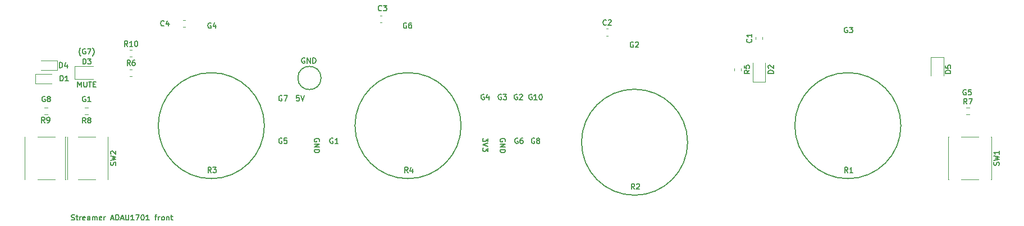
<source format=gbr>
%TF.GenerationSoftware,KiCad,Pcbnew,(5.1.12)-1*%
%TF.CreationDate,2022-02-09T09:57:39+03:00*%
%TF.ProjectId,Streamer_ADAU1701 front,53747265-616d-4657-925f-414441553137,rev?*%
%TF.SameCoordinates,Original*%
%TF.FileFunction,Legend,Top*%
%TF.FilePolarity,Positive*%
%FSLAX46Y46*%
G04 Gerber Fmt 4.6, Leading zero omitted, Abs format (unit mm)*
G04 Created by KiCad (PCBNEW (5.1.12)-1) date 2022-02-09 09:57:39*
%MOMM*%
%LPD*%
G01*
G04 APERTURE LIST*
%ADD10C,0.150000*%
%ADD11C,0.120000*%
G04 APERTURE END LIST*
D10*
X105790476Y-73500000D02*
X105714285Y-73461904D01*
X105600000Y-73461904D01*
X105485714Y-73500000D01*
X105409523Y-73576190D01*
X105371428Y-73652380D01*
X105333333Y-73804761D01*
X105333333Y-73919047D01*
X105371428Y-74071428D01*
X105409523Y-74147619D01*
X105485714Y-74223809D01*
X105600000Y-74261904D01*
X105676190Y-74261904D01*
X105790476Y-74223809D01*
X105828571Y-74185714D01*
X105828571Y-73919047D01*
X105676190Y-73919047D01*
X106171428Y-74261904D02*
X106171428Y-73461904D01*
X106628571Y-74261904D01*
X106628571Y-73461904D01*
X107009523Y-74261904D02*
X107009523Y-73461904D01*
X107200000Y-73461904D01*
X107314285Y-73500000D01*
X107390476Y-73576190D01*
X107428571Y-73652380D01*
X107466666Y-73804761D01*
X107466666Y-73919047D01*
X107428571Y-74071428D01*
X107390476Y-74147619D01*
X107314285Y-74223809D01*
X107200000Y-74261904D01*
X107009523Y-74261904D01*
X133438095Y-85609523D02*
X133438095Y-86104761D01*
X133133333Y-85838095D01*
X133133333Y-85952380D01*
X133095238Y-86028571D01*
X133057142Y-86066666D01*
X132980952Y-86104761D01*
X132790476Y-86104761D01*
X132714285Y-86066666D01*
X132676190Y-86028571D01*
X132638095Y-85952380D01*
X132638095Y-85723809D01*
X132676190Y-85647619D01*
X132714285Y-85609523D01*
X133438095Y-86333333D02*
X132638095Y-86600000D01*
X133438095Y-86866666D01*
X133438095Y-87057142D02*
X133438095Y-87552380D01*
X133133333Y-87285714D01*
X133133333Y-87400000D01*
X133095238Y-87476190D01*
X133057142Y-87514285D01*
X132980952Y-87552380D01*
X132790476Y-87552380D01*
X132714285Y-87514285D01*
X132676190Y-87476190D01*
X132638095Y-87400000D01*
X132638095Y-87171428D01*
X132676190Y-87095238D01*
X132714285Y-87057142D01*
X136000000Y-86090476D02*
X136038095Y-86014285D01*
X136038095Y-85900000D01*
X136000000Y-85785714D01*
X135923809Y-85709523D01*
X135847619Y-85671428D01*
X135695238Y-85633333D01*
X135580952Y-85633333D01*
X135428571Y-85671428D01*
X135352380Y-85709523D01*
X135276190Y-85785714D01*
X135238095Y-85900000D01*
X135238095Y-85976190D01*
X135276190Y-86090476D01*
X135314285Y-86128571D01*
X135580952Y-86128571D01*
X135580952Y-85976190D01*
X135238095Y-86471428D02*
X136038095Y-86471428D01*
X135238095Y-86928571D01*
X136038095Y-86928571D01*
X135238095Y-87309523D02*
X136038095Y-87309523D01*
X136038095Y-87500000D01*
X136000000Y-87614285D01*
X135923809Y-87690476D01*
X135847619Y-87728571D01*
X135695238Y-87766666D01*
X135580952Y-87766666D01*
X135428571Y-87728571D01*
X135352380Y-87690476D01*
X135276190Y-87614285D01*
X135238095Y-87500000D01*
X135238095Y-87309523D01*
X108000000Y-86090476D02*
X108038095Y-86014285D01*
X108038095Y-85900000D01*
X108000000Y-85785714D01*
X107923809Y-85709523D01*
X107847619Y-85671428D01*
X107695238Y-85633333D01*
X107580952Y-85633333D01*
X107428571Y-85671428D01*
X107352380Y-85709523D01*
X107276190Y-85785714D01*
X107238095Y-85900000D01*
X107238095Y-85976190D01*
X107276190Y-86090476D01*
X107314285Y-86128571D01*
X107580952Y-86128571D01*
X107580952Y-85976190D01*
X107238095Y-86471428D02*
X108038095Y-86471428D01*
X107238095Y-86928571D01*
X108038095Y-86928571D01*
X107238095Y-87309523D02*
X108038095Y-87309523D01*
X108038095Y-87500000D01*
X108000000Y-87614285D01*
X107923809Y-87690476D01*
X107847619Y-87728571D01*
X107695238Y-87766666D01*
X107580952Y-87766666D01*
X107428571Y-87728571D01*
X107352380Y-87690476D01*
X107276190Y-87614285D01*
X107238095Y-87500000D01*
X107238095Y-87309523D01*
X102328571Y-79200000D02*
X102252380Y-79161904D01*
X102138095Y-79161904D01*
X102023809Y-79200000D01*
X101947619Y-79276190D01*
X101909523Y-79352380D01*
X101871428Y-79504761D01*
X101871428Y-79619047D01*
X101909523Y-79771428D01*
X101947619Y-79847619D01*
X102023809Y-79923809D01*
X102138095Y-79961904D01*
X102214285Y-79961904D01*
X102328571Y-79923809D01*
X102366666Y-79885714D01*
X102366666Y-79619047D01*
X102214285Y-79619047D01*
X102633333Y-79161904D02*
X103166666Y-79161904D01*
X102823809Y-79961904D01*
X102328571Y-85619453D02*
X102252380Y-85581357D01*
X102138095Y-85581357D01*
X102023809Y-85619453D01*
X101947619Y-85695643D01*
X101909523Y-85771833D01*
X101871428Y-85924214D01*
X101871428Y-86038500D01*
X101909523Y-86190881D01*
X101947619Y-86267072D01*
X102023809Y-86343262D01*
X102138095Y-86381357D01*
X102214285Y-86381357D01*
X102328571Y-86343262D01*
X102366666Y-86305167D01*
X102366666Y-86038500D01*
X102214285Y-86038500D01*
X103090476Y-85581357D02*
X102709523Y-85581357D01*
X102671428Y-85962310D01*
X102709523Y-85924214D01*
X102785714Y-85886119D01*
X102976190Y-85886119D01*
X103052380Y-85924214D01*
X103090476Y-85962310D01*
X103128571Y-86038500D01*
X103128571Y-86228976D01*
X103090476Y-86305167D01*
X103052380Y-86343262D01*
X102976190Y-86381357D01*
X102785714Y-86381357D01*
X102709523Y-86343262D01*
X102671428Y-86305167D01*
X110028571Y-85619453D02*
X109952380Y-85581357D01*
X109838095Y-85581357D01*
X109723809Y-85619453D01*
X109647619Y-85695643D01*
X109609523Y-85771833D01*
X109571428Y-85924214D01*
X109571428Y-86038500D01*
X109609523Y-86190881D01*
X109647619Y-86267072D01*
X109723809Y-86343262D01*
X109838095Y-86381357D01*
X109914285Y-86381357D01*
X110028571Y-86343262D01*
X110066666Y-86305167D01*
X110066666Y-86038500D01*
X109914285Y-86038500D01*
X110828571Y-86381357D02*
X110371428Y-86381357D01*
X110600000Y-86381357D02*
X110600000Y-85581357D01*
X110523809Y-85695643D01*
X110447619Y-85771833D01*
X110371428Y-85809929D01*
X137928571Y-85619453D02*
X137852380Y-85581357D01*
X137738095Y-85581357D01*
X137623809Y-85619453D01*
X137547619Y-85695643D01*
X137509523Y-85771833D01*
X137471428Y-85924214D01*
X137471428Y-86038500D01*
X137509523Y-86190881D01*
X137547619Y-86267072D01*
X137623809Y-86343262D01*
X137738095Y-86381357D01*
X137814285Y-86381357D01*
X137928571Y-86343262D01*
X137966666Y-86305167D01*
X137966666Y-86038500D01*
X137814285Y-86038500D01*
X138652380Y-85581357D02*
X138500000Y-85581357D01*
X138423809Y-85619453D01*
X138385714Y-85657548D01*
X138309523Y-85771833D01*
X138271428Y-85924214D01*
X138271428Y-86228976D01*
X138309523Y-86305167D01*
X138347619Y-86343262D01*
X138423809Y-86381357D01*
X138576190Y-86381357D01*
X138652380Y-86343262D01*
X138690476Y-86305167D01*
X138728571Y-86228976D01*
X138728571Y-86038500D01*
X138690476Y-85962310D01*
X138652380Y-85924214D01*
X138576190Y-85886119D01*
X138423809Y-85886119D01*
X138347619Y-85924214D01*
X138309523Y-85962310D01*
X138271428Y-86038500D01*
X140428571Y-85619453D02*
X140352380Y-85581357D01*
X140238095Y-85581357D01*
X140123809Y-85619453D01*
X140047619Y-85695643D01*
X140009523Y-85771833D01*
X139971428Y-85924214D01*
X139971428Y-86038500D01*
X140009523Y-86190881D01*
X140047619Y-86267072D01*
X140123809Y-86343262D01*
X140238095Y-86381357D01*
X140314285Y-86381357D01*
X140428571Y-86343262D01*
X140466666Y-86305167D01*
X140466666Y-86038500D01*
X140314285Y-86038500D01*
X140923809Y-85924214D02*
X140847619Y-85886119D01*
X140809523Y-85848024D01*
X140771428Y-85771833D01*
X140771428Y-85733738D01*
X140809523Y-85657548D01*
X140847619Y-85619453D01*
X140923809Y-85581357D01*
X141076190Y-85581357D01*
X141152380Y-85619453D01*
X141190476Y-85657548D01*
X141228571Y-85733738D01*
X141228571Y-85771833D01*
X141190476Y-85848024D01*
X141152380Y-85886119D01*
X141076190Y-85924214D01*
X140923809Y-85924214D01*
X140847619Y-85962310D01*
X140809523Y-86000405D01*
X140771428Y-86076595D01*
X140771428Y-86228976D01*
X140809523Y-86305167D01*
X140847619Y-86343262D01*
X140923809Y-86381357D01*
X141076190Y-86381357D01*
X141152380Y-86343262D01*
X141190476Y-86305167D01*
X141228571Y-86228976D01*
X141228571Y-86076595D01*
X141190476Y-86000405D01*
X141152380Y-85962310D01*
X141076190Y-85924214D01*
X140047619Y-79000000D02*
X139971428Y-78961904D01*
X139857142Y-78961904D01*
X139742857Y-79000000D01*
X139666666Y-79076190D01*
X139628571Y-79152380D01*
X139590476Y-79304761D01*
X139590476Y-79419047D01*
X139628571Y-79571428D01*
X139666666Y-79647619D01*
X139742857Y-79723809D01*
X139857142Y-79761904D01*
X139933333Y-79761904D01*
X140047619Y-79723809D01*
X140085714Y-79685714D01*
X140085714Y-79419047D01*
X139933333Y-79419047D01*
X140847619Y-79761904D02*
X140390476Y-79761904D01*
X140619047Y-79761904D02*
X140619047Y-78961904D01*
X140542857Y-79076190D01*
X140466666Y-79152380D01*
X140390476Y-79190476D01*
X141342857Y-78961904D02*
X141419047Y-78961904D01*
X141495238Y-79000000D01*
X141533333Y-79038095D01*
X141571428Y-79114285D01*
X141609523Y-79266666D01*
X141609523Y-79457142D01*
X141571428Y-79609523D01*
X141533333Y-79685714D01*
X141495238Y-79723809D01*
X141419047Y-79761904D01*
X141342857Y-79761904D01*
X141266666Y-79723809D01*
X141228571Y-79685714D01*
X141190476Y-79609523D01*
X141152380Y-79457142D01*
X141152380Y-79266666D01*
X141190476Y-79114285D01*
X141228571Y-79038095D01*
X141266666Y-79000000D01*
X141342857Y-78961904D01*
X137828571Y-79000000D02*
X137752380Y-78961904D01*
X137638095Y-78961904D01*
X137523809Y-79000000D01*
X137447619Y-79076190D01*
X137409523Y-79152380D01*
X137371428Y-79304761D01*
X137371428Y-79419047D01*
X137409523Y-79571428D01*
X137447619Y-79647619D01*
X137523809Y-79723809D01*
X137638095Y-79761904D01*
X137714285Y-79761904D01*
X137828571Y-79723809D01*
X137866666Y-79685714D01*
X137866666Y-79419047D01*
X137714285Y-79419047D01*
X138171428Y-79038095D02*
X138209523Y-79000000D01*
X138285714Y-78961904D01*
X138476190Y-78961904D01*
X138552380Y-79000000D01*
X138590476Y-79038095D01*
X138628571Y-79114285D01*
X138628571Y-79190476D01*
X138590476Y-79304761D01*
X138133333Y-79761904D01*
X138628571Y-79761904D01*
X135428571Y-79000000D02*
X135352380Y-78961904D01*
X135238095Y-78961904D01*
X135123809Y-79000000D01*
X135047619Y-79076190D01*
X135009523Y-79152380D01*
X134971428Y-79304761D01*
X134971428Y-79419047D01*
X135009523Y-79571428D01*
X135047619Y-79647619D01*
X135123809Y-79723809D01*
X135238095Y-79761904D01*
X135314285Y-79761904D01*
X135428571Y-79723809D01*
X135466666Y-79685714D01*
X135466666Y-79419047D01*
X135314285Y-79419047D01*
X135733333Y-78961904D02*
X136228571Y-78961904D01*
X135961904Y-79266666D01*
X136076190Y-79266666D01*
X136152380Y-79304761D01*
X136190476Y-79342857D01*
X136228571Y-79419047D01*
X136228571Y-79609523D01*
X136190476Y-79685714D01*
X136152380Y-79723809D01*
X136076190Y-79761904D01*
X135847619Y-79761904D01*
X135771428Y-79723809D01*
X135733333Y-79685714D01*
X132828571Y-79000000D02*
X132752380Y-78961904D01*
X132638095Y-78961904D01*
X132523809Y-79000000D01*
X132447619Y-79076190D01*
X132409523Y-79152380D01*
X132371428Y-79304761D01*
X132371428Y-79419047D01*
X132409523Y-79571428D01*
X132447619Y-79647619D01*
X132523809Y-79723809D01*
X132638095Y-79761904D01*
X132714285Y-79761904D01*
X132828571Y-79723809D01*
X132866666Y-79685714D01*
X132866666Y-79419047D01*
X132714285Y-79419047D01*
X133552380Y-79228571D02*
X133552380Y-79761904D01*
X133361904Y-78923809D02*
X133171428Y-79495238D01*
X133666666Y-79495238D01*
X70600000Y-97923809D02*
X70714285Y-97961904D01*
X70904761Y-97961904D01*
X70980952Y-97923809D01*
X71019047Y-97885714D01*
X71057142Y-97809523D01*
X71057142Y-97733333D01*
X71019047Y-97657142D01*
X70980952Y-97619047D01*
X70904761Y-97580952D01*
X70752380Y-97542857D01*
X70676190Y-97504761D01*
X70638095Y-97466666D01*
X70600000Y-97390476D01*
X70600000Y-97314285D01*
X70638095Y-97238095D01*
X70676190Y-97200000D01*
X70752380Y-97161904D01*
X70942857Y-97161904D01*
X71057142Y-97200000D01*
X71285714Y-97428571D02*
X71590476Y-97428571D01*
X71400000Y-97161904D02*
X71400000Y-97847619D01*
X71438095Y-97923809D01*
X71514285Y-97961904D01*
X71590476Y-97961904D01*
X71857142Y-97961904D02*
X71857142Y-97428571D01*
X71857142Y-97580952D02*
X71895238Y-97504761D01*
X71933333Y-97466666D01*
X72009523Y-97428571D01*
X72085714Y-97428571D01*
X72657142Y-97923809D02*
X72580952Y-97961904D01*
X72428571Y-97961904D01*
X72352380Y-97923809D01*
X72314285Y-97847619D01*
X72314285Y-97542857D01*
X72352380Y-97466666D01*
X72428571Y-97428571D01*
X72580952Y-97428571D01*
X72657142Y-97466666D01*
X72695238Y-97542857D01*
X72695238Y-97619047D01*
X72314285Y-97695238D01*
X73380952Y-97961904D02*
X73380952Y-97542857D01*
X73342857Y-97466666D01*
X73266666Y-97428571D01*
X73114285Y-97428571D01*
X73038095Y-97466666D01*
X73380952Y-97923809D02*
X73304761Y-97961904D01*
X73114285Y-97961904D01*
X73038095Y-97923809D01*
X73000000Y-97847619D01*
X73000000Y-97771428D01*
X73038095Y-97695238D01*
X73114285Y-97657142D01*
X73304761Y-97657142D01*
X73380952Y-97619047D01*
X73761904Y-97961904D02*
X73761904Y-97428571D01*
X73761904Y-97504761D02*
X73800000Y-97466666D01*
X73876190Y-97428571D01*
X73990476Y-97428571D01*
X74066666Y-97466666D01*
X74104761Y-97542857D01*
X74104761Y-97961904D01*
X74104761Y-97542857D02*
X74142857Y-97466666D01*
X74219047Y-97428571D01*
X74333333Y-97428571D01*
X74409523Y-97466666D01*
X74447619Y-97542857D01*
X74447619Y-97961904D01*
X75133333Y-97923809D02*
X75057142Y-97961904D01*
X74904761Y-97961904D01*
X74828571Y-97923809D01*
X74790476Y-97847619D01*
X74790476Y-97542857D01*
X74828571Y-97466666D01*
X74904761Y-97428571D01*
X75057142Y-97428571D01*
X75133333Y-97466666D01*
X75171428Y-97542857D01*
X75171428Y-97619047D01*
X74790476Y-97695238D01*
X75514285Y-97961904D02*
X75514285Y-97428571D01*
X75514285Y-97580952D02*
X75552380Y-97504761D01*
X75590476Y-97466666D01*
X75666666Y-97428571D01*
X75742857Y-97428571D01*
X76580952Y-97733333D02*
X76961904Y-97733333D01*
X76504761Y-97961904D02*
X76771428Y-97161904D01*
X77038095Y-97961904D01*
X77304761Y-97961904D02*
X77304761Y-97161904D01*
X77495238Y-97161904D01*
X77609523Y-97200000D01*
X77685714Y-97276190D01*
X77723809Y-97352380D01*
X77761904Y-97504761D01*
X77761904Y-97619047D01*
X77723809Y-97771428D01*
X77685714Y-97847619D01*
X77609523Y-97923809D01*
X77495238Y-97961904D01*
X77304761Y-97961904D01*
X78066666Y-97733333D02*
X78447619Y-97733333D01*
X77990476Y-97961904D02*
X78257142Y-97161904D01*
X78523809Y-97961904D01*
X78790476Y-97161904D02*
X78790476Y-97809523D01*
X78828571Y-97885714D01*
X78866666Y-97923809D01*
X78942857Y-97961904D01*
X79095238Y-97961904D01*
X79171428Y-97923809D01*
X79209523Y-97885714D01*
X79247619Y-97809523D01*
X79247619Y-97161904D01*
X80047619Y-97961904D02*
X79590476Y-97961904D01*
X79819047Y-97961904D02*
X79819047Y-97161904D01*
X79742857Y-97276190D01*
X79666666Y-97352380D01*
X79590476Y-97390476D01*
X80314285Y-97161904D02*
X80847619Y-97161904D01*
X80504761Y-97961904D01*
X81304761Y-97161904D02*
X81380952Y-97161904D01*
X81457142Y-97200000D01*
X81495238Y-97238095D01*
X81533333Y-97314285D01*
X81571428Y-97466666D01*
X81571428Y-97657142D01*
X81533333Y-97809523D01*
X81495238Y-97885714D01*
X81457142Y-97923809D01*
X81380952Y-97961904D01*
X81304761Y-97961904D01*
X81228571Y-97923809D01*
X81190476Y-97885714D01*
X81152380Y-97809523D01*
X81114285Y-97657142D01*
X81114285Y-97466666D01*
X81152380Y-97314285D01*
X81190476Y-97238095D01*
X81228571Y-97200000D01*
X81304761Y-97161904D01*
X82333333Y-97961904D02*
X81876190Y-97961904D01*
X82104761Y-97961904D02*
X82104761Y-97161904D01*
X82028571Y-97276190D01*
X81952380Y-97352380D01*
X81876190Y-97390476D01*
X83171428Y-97428571D02*
X83476190Y-97428571D01*
X83285714Y-97961904D02*
X83285714Y-97276190D01*
X83323809Y-97200000D01*
X83400000Y-97161904D01*
X83476190Y-97161904D01*
X83742857Y-97961904D02*
X83742857Y-97428571D01*
X83742857Y-97580952D02*
X83780952Y-97504761D01*
X83819047Y-97466666D01*
X83895238Y-97428571D01*
X83971428Y-97428571D01*
X84352380Y-97961904D02*
X84276190Y-97923809D01*
X84238095Y-97885714D01*
X84200000Y-97809523D01*
X84200000Y-97580952D01*
X84238095Y-97504761D01*
X84276190Y-97466666D01*
X84352380Y-97428571D01*
X84466666Y-97428571D01*
X84542857Y-97466666D01*
X84580952Y-97504761D01*
X84619047Y-97580952D01*
X84619047Y-97809523D01*
X84580952Y-97885714D01*
X84542857Y-97923809D01*
X84466666Y-97961904D01*
X84352380Y-97961904D01*
X84961904Y-97428571D02*
X84961904Y-97961904D01*
X84961904Y-97504761D02*
X85000000Y-97466666D01*
X85076190Y-97428571D01*
X85190476Y-97428571D01*
X85266666Y-97466666D01*
X85304761Y-97542857D01*
X85304761Y-97961904D01*
X85571428Y-97428571D02*
X85876190Y-97428571D01*
X85685714Y-97161904D02*
X85685714Y-97847619D01*
X85723809Y-97923809D01*
X85800000Y-97961904D01*
X85876190Y-97961904D01*
X205528571Y-78300000D02*
X205452380Y-78261904D01*
X205338095Y-78261904D01*
X205223809Y-78300000D01*
X205147619Y-78376190D01*
X205109523Y-78452380D01*
X205071428Y-78604761D01*
X205071428Y-78719047D01*
X205109523Y-78871428D01*
X205147619Y-78947619D01*
X205223809Y-79023809D01*
X205338095Y-79061904D01*
X205414285Y-79061904D01*
X205528571Y-79023809D01*
X205566666Y-78985714D01*
X205566666Y-78719047D01*
X205414285Y-78719047D01*
X206290476Y-78261904D02*
X205909523Y-78261904D01*
X205871428Y-78642857D01*
X205909523Y-78604761D01*
X205985714Y-78566666D01*
X206176190Y-78566666D01*
X206252380Y-78604761D01*
X206290476Y-78642857D01*
X206328571Y-78719047D01*
X206328571Y-78909523D01*
X206290476Y-78985714D01*
X206252380Y-79023809D01*
X206176190Y-79061904D01*
X205985714Y-79061904D01*
X205909523Y-79023809D01*
X205871428Y-78985714D01*
X187628571Y-68900000D02*
X187552380Y-68861904D01*
X187438095Y-68861904D01*
X187323809Y-68900000D01*
X187247619Y-68976190D01*
X187209523Y-69052380D01*
X187171428Y-69204761D01*
X187171428Y-69319047D01*
X187209523Y-69471428D01*
X187247619Y-69547619D01*
X187323809Y-69623809D01*
X187438095Y-69661904D01*
X187514285Y-69661904D01*
X187628571Y-69623809D01*
X187666666Y-69585714D01*
X187666666Y-69319047D01*
X187514285Y-69319047D01*
X187933333Y-68861904D02*
X188428571Y-68861904D01*
X188161904Y-69166666D01*
X188276190Y-69166666D01*
X188352380Y-69204761D01*
X188390476Y-69242857D01*
X188428571Y-69319047D01*
X188428571Y-69509523D01*
X188390476Y-69585714D01*
X188352380Y-69623809D01*
X188276190Y-69661904D01*
X188047619Y-69661904D01*
X187971428Y-69623809D01*
X187933333Y-69585714D01*
X155328571Y-71100000D02*
X155252380Y-71061904D01*
X155138095Y-71061904D01*
X155023809Y-71100000D01*
X154947619Y-71176190D01*
X154909523Y-71252380D01*
X154871428Y-71404761D01*
X154871428Y-71519047D01*
X154909523Y-71671428D01*
X154947619Y-71747619D01*
X155023809Y-71823809D01*
X155138095Y-71861904D01*
X155214285Y-71861904D01*
X155328571Y-71823809D01*
X155366666Y-71785714D01*
X155366666Y-71519047D01*
X155214285Y-71519047D01*
X155671428Y-71138095D02*
X155709523Y-71100000D01*
X155785714Y-71061904D01*
X155976190Y-71061904D01*
X156052380Y-71100000D01*
X156090476Y-71138095D01*
X156128571Y-71214285D01*
X156128571Y-71290476D01*
X156090476Y-71404761D01*
X155633333Y-71861904D01*
X156128571Y-71861904D01*
X121128571Y-68200000D02*
X121052380Y-68161904D01*
X120938095Y-68161904D01*
X120823809Y-68200000D01*
X120747619Y-68276190D01*
X120709523Y-68352380D01*
X120671428Y-68504761D01*
X120671428Y-68619047D01*
X120709523Y-68771428D01*
X120747619Y-68847619D01*
X120823809Y-68923809D01*
X120938095Y-68961904D01*
X121014285Y-68961904D01*
X121128571Y-68923809D01*
X121166666Y-68885714D01*
X121166666Y-68619047D01*
X121014285Y-68619047D01*
X121852380Y-68161904D02*
X121700000Y-68161904D01*
X121623809Y-68200000D01*
X121585714Y-68238095D01*
X121509523Y-68352380D01*
X121471428Y-68504761D01*
X121471428Y-68809523D01*
X121509523Y-68885714D01*
X121547619Y-68923809D01*
X121623809Y-68961904D01*
X121776190Y-68961904D01*
X121852380Y-68923809D01*
X121890476Y-68885714D01*
X121928571Y-68809523D01*
X121928571Y-68619047D01*
X121890476Y-68542857D01*
X121852380Y-68504761D01*
X121776190Y-68466666D01*
X121623809Y-68466666D01*
X121547619Y-68504761D01*
X121509523Y-68542857D01*
X121471428Y-68619047D01*
X91628571Y-68200000D02*
X91552380Y-68161904D01*
X91438095Y-68161904D01*
X91323809Y-68200000D01*
X91247619Y-68276190D01*
X91209523Y-68352380D01*
X91171428Y-68504761D01*
X91171428Y-68619047D01*
X91209523Y-68771428D01*
X91247619Y-68847619D01*
X91323809Y-68923809D01*
X91438095Y-68961904D01*
X91514285Y-68961904D01*
X91628571Y-68923809D01*
X91666666Y-68885714D01*
X91666666Y-68619047D01*
X91514285Y-68619047D01*
X92352380Y-68428571D02*
X92352380Y-68961904D01*
X92161904Y-68123809D02*
X91971428Y-68695238D01*
X92466666Y-68695238D01*
X72004761Y-73166666D02*
X71966666Y-73128571D01*
X71890476Y-73014285D01*
X71852380Y-72938095D01*
X71814285Y-72823809D01*
X71776190Y-72633333D01*
X71776190Y-72480952D01*
X71814285Y-72290476D01*
X71852380Y-72176190D01*
X71890476Y-72100000D01*
X71966666Y-71985714D01*
X72004761Y-71947619D01*
X72728571Y-72100000D02*
X72652380Y-72061904D01*
X72538095Y-72061904D01*
X72423809Y-72100000D01*
X72347619Y-72176190D01*
X72309523Y-72252380D01*
X72271428Y-72404761D01*
X72271428Y-72519047D01*
X72309523Y-72671428D01*
X72347619Y-72747619D01*
X72423809Y-72823809D01*
X72538095Y-72861904D01*
X72614285Y-72861904D01*
X72728571Y-72823809D01*
X72766666Y-72785714D01*
X72766666Y-72519047D01*
X72614285Y-72519047D01*
X73033333Y-72061904D02*
X73566666Y-72061904D01*
X73223809Y-72861904D01*
X73795238Y-73166666D02*
X73833333Y-73128571D01*
X73909523Y-73014285D01*
X73947619Y-72938095D01*
X73985714Y-72823809D01*
X74023809Y-72633333D01*
X74023809Y-72480952D01*
X73985714Y-72290476D01*
X73947619Y-72176190D01*
X73909523Y-72100000D01*
X73833333Y-71985714D01*
X73795238Y-71947619D01*
X66628571Y-79300000D02*
X66552380Y-79261904D01*
X66438095Y-79261904D01*
X66323809Y-79300000D01*
X66247619Y-79376190D01*
X66209523Y-79452380D01*
X66171428Y-79604761D01*
X66171428Y-79719047D01*
X66209523Y-79871428D01*
X66247619Y-79947619D01*
X66323809Y-80023809D01*
X66438095Y-80061904D01*
X66514285Y-80061904D01*
X66628571Y-80023809D01*
X66666666Y-79985714D01*
X66666666Y-79719047D01*
X66514285Y-79719047D01*
X67123809Y-79604761D02*
X67047619Y-79566666D01*
X67009523Y-79528571D01*
X66971428Y-79452380D01*
X66971428Y-79414285D01*
X67009523Y-79338095D01*
X67047619Y-79300000D01*
X67123809Y-79261904D01*
X67276190Y-79261904D01*
X67352380Y-79300000D01*
X67390476Y-79338095D01*
X67428571Y-79414285D01*
X67428571Y-79452380D01*
X67390476Y-79528571D01*
X67352380Y-79566666D01*
X67276190Y-79604761D01*
X67123809Y-79604761D01*
X67047619Y-79642857D01*
X67009523Y-79680952D01*
X66971428Y-79757142D01*
X66971428Y-79909523D01*
X67009523Y-79985714D01*
X67047619Y-80023809D01*
X67123809Y-80061904D01*
X67276190Y-80061904D01*
X67352380Y-80023809D01*
X67390476Y-79985714D01*
X67428571Y-79909523D01*
X67428571Y-79757142D01*
X67390476Y-79680952D01*
X67352380Y-79642857D01*
X67276190Y-79604761D01*
X72728571Y-79300000D02*
X72652380Y-79261904D01*
X72538095Y-79261904D01*
X72423809Y-79300000D01*
X72347619Y-79376190D01*
X72309523Y-79452380D01*
X72271428Y-79604761D01*
X72271428Y-79719047D01*
X72309523Y-79871428D01*
X72347619Y-79947619D01*
X72423809Y-80023809D01*
X72538095Y-80061904D01*
X72614285Y-80061904D01*
X72728571Y-80023809D01*
X72766666Y-79985714D01*
X72766666Y-79719047D01*
X72614285Y-79719047D01*
X73528571Y-80061904D02*
X73071428Y-80061904D01*
X73300000Y-80061904D02*
X73300000Y-79261904D01*
X73223809Y-79376190D01*
X73147619Y-79452380D01*
X73071428Y-79490476D01*
X104947619Y-79161904D02*
X104566666Y-79161904D01*
X104528571Y-79542857D01*
X104566666Y-79504761D01*
X104642857Y-79466666D01*
X104833333Y-79466666D01*
X104909523Y-79504761D01*
X104947619Y-79542857D01*
X104985714Y-79619047D01*
X104985714Y-79809523D01*
X104947619Y-79885714D01*
X104909523Y-79923809D01*
X104833333Y-79961904D01*
X104642857Y-79961904D01*
X104566666Y-79923809D01*
X104528571Y-79885714D01*
X105214285Y-79161904D02*
X105480952Y-79961904D01*
X105747619Y-79161904D01*
X71547619Y-77861904D02*
X71547619Y-77061904D01*
X71814285Y-77633333D01*
X72080952Y-77061904D01*
X72080952Y-77861904D01*
X72461904Y-77061904D02*
X72461904Y-77709523D01*
X72500000Y-77785714D01*
X72538095Y-77823809D01*
X72614285Y-77861904D01*
X72766666Y-77861904D01*
X72842857Y-77823809D01*
X72880952Y-77785714D01*
X72919047Y-77709523D01*
X72919047Y-77061904D01*
X73185714Y-77061904D02*
X73642857Y-77061904D01*
X73414285Y-77861904D02*
X73414285Y-77061904D01*
X73909523Y-77442857D02*
X74176190Y-77442857D01*
X74290476Y-77861904D02*
X73909523Y-77861904D01*
X73909523Y-77061904D01*
X74290476Y-77061904D01*
D11*
%TO.C,D1*%
X65162500Y-77335000D02*
X67622500Y-77335000D01*
X65162500Y-75865000D02*
X65162500Y-77335000D01*
X67622500Y-75865000D02*
X65162500Y-75865000D01*
%TO.C,D4*%
X68482500Y-73865000D02*
X66022500Y-73865000D01*
X68482500Y-75335000D02*
X68482500Y-73865000D01*
X66022500Y-75335000D02*
X68482500Y-75335000D01*
%TO.C,D2*%
X173340000Y-74200000D02*
X173340000Y-77060000D01*
X173340000Y-77060000D02*
X175260000Y-77060000D01*
X175260000Y-77060000D02*
X175260000Y-74200000D01*
D10*
%TO.C,REF\u002A\u002A*%
X108250000Y-76500000D02*
G75*
G03*
X108250000Y-76500000I-1750000J0D01*
G01*
D11*
%TO.C,C4*%
X87453733Y-67790000D02*
X87746267Y-67790000D01*
X87453733Y-68810000D02*
X87746267Y-68810000D01*
%TO.C,C1*%
X174810000Y-70646267D02*
X174810000Y-70353733D01*
X173790000Y-70646267D02*
X173790000Y-70353733D01*
%TO.C,C2*%
X151253733Y-69090000D02*
X151546267Y-69090000D01*
X151253733Y-70110000D02*
X151546267Y-70110000D01*
%TO.C,C3*%
X117153733Y-68110000D02*
X117446267Y-68110000D01*
X117153733Y-67090000D02*
X117446267Y-67090000D01*
%TO.C,R7*%
X205545276Y-80977500D02*
X206054724Y-80977500D01*
X205545276Y-82022500D02*
X206054724Y-82022500D01*
%TO.C,R8*%
X73154724Y-80977500D02*
X72645276Y-80977500D01*
X73154724Y-82022500D02*
X72645276Y-82022500D01*
%TO.C,R9*%
X66545276Y-80977500D02*
X67054724Y-80977500D01*
X66545276Y-82022500D02*
X67054724Y-82022500D01*
%TO.C,D3*%
X71062500Y-76660000D02*
X73922500Y-76660000D01*
X71062500Y-74740000D02*
X71062500Y-76660000D01*
X73922500Y-74740000D02*
X71062500Y-74740000D01*
%TO.C,R5*%
X171610000Y-75051233D02*
X171610000Y-75393767D01*
X170590000Y-75051233D02*
X170590000Y-75393767D01*
%TO.C,R6*%
X79428733Y-76210000D02*
X79771267Y-76210000D01*
X79428733Y-75190000D02*
X79771267Y-75190000D01*
D10*
%TO.C,R1*%
X195700000Y-83700000D02*
G75*
G03*
X195700000Y-83700000I-8000000J0D01*
G01*
%TO.C,R2*%
X163533332Y-86200000D02*
G75*
G03*
X163533332Y-86200000I-8000000J0D01*
G01*
%TO.C,R3*%
X99700000Y-83700000D02*
G75*
G03*
X99700000Y-83700000I-8000000J0D01*
G01*
%TO.C,R4*%
X129366666Y-83700000D02*
G75*
G03*
X129366666Y-83700000I-8000000J0D01*
G01*
D11*
%TO.C,R10*%
X79428733Y-72290000D02*
X79771267Y-72290000D01*
X79428733Y-73310000D02*
X79771267Y-73310000D01*
%TO.C,SW1*%
X209330000Y-91830000D02*
X209300000Y-91830000D01*
X202870000Y-91830000D02*
X202900000Y-91830000D01*
X202870000Y-85370000D02*
X202900000Y-85370000D01*
X209300000Y-85370000D02*
X209330000Y-85370000D01*
X207400000Y-91830000D02*
X204800000Y-91830000D01*
X209330000Y-85370000D02*
X209330000Y-91830000D01*
X207400000Y-85370000D02*
X204800000Y-85370000D01*
X202870000Y-85370000D02*
X202870000Y-91830000D01*
%TO.C,SW2*%
X69670000Y-85370000D02*
X69670000Y-91830000D01*
X74200000Y-85370000D02*
X71600000Y-85370000D01*
X76130000Y-85370000D02*
X76130000Y-91830000D01*
X74200000Y-91830000D02*
X71600000Y-91830000D01*
X76100000Y-85370000D02*
X76130000Y-85370000D01*
X69670000Y-85370000D02*
X69700000Y-85370000D01*
X69670000Y-91830000D02*
X69700000Y-91830000D01*
X76130000Y-91830000D02*
X76100000Y-91830000D01*
%TO.C,SW3*%
X63570000Y-85370000D02*
X63600000Y-85370000D01*
X70030000Y-85370000D02*
X70000000Y-85370000D01*
X70030000Y-91830000D02*
X70000000Y-91830000D01*
X63600000Y-91830000D02*
X63570000Y-91830000D01*
X65500000Y-85370000D02*
X68100000Y-85370000D01*
X63570000Y-91830000D02*
X63570000Y-85370000D01*
X65500000Y-91830000D02*
X68100000Y-91830000D01*
X70030000Y-91830000D02*
X70030000Y-85370000D01*
%TO.C,D5*%
X202160000Y-76200000D02*
X202160000Y-73340000D01*
X202160000Y-73340000D02*
X200240000Y-73340000D01*
X200240000Y-73340000D02*
X200240000Y-76200000D01*
%TO.C,D1*%
D10*
X68932023Y-76961904D02*
X68932023Y-76161904D01*
X69122500Y-76161904D01*
X69236785Y-76200000D01*
X69312976Y-76276190D01*
X69351071Y-76352380D01*
X69389166Y-76504761D01*
X69389166Y-76619047D01*
X69351071Y-76771428D01*
X69312976Y-76847619D01*
X69236785Y-76923809D01*
X69122500Y-76961904D01*
X68932023Y-76961904D01*
X70151071Y-76961904D02*
X69693928Y-76961904D01*
X69922500Y-76961904D02*
X69922500Y-76161904D01*
X69846309Y-76276190D01*
X69770119Y-76352380D01*
X69693928Y-76390476D01*
%TO.C,D4*%
X68809523Y-74961904D02*
X68809523Y-74161904D01*
X69000000Y-74161904D01*
X69114285Y-74200000D01*
X69190476Y-74276190D01*
X69228571Y-74352380D01*
X69266666Y-74504761D01*
X69266666Y-74619047D01*
X69228571Y-74771428D01*
X69190476Y-74847619D01*
X69114285Y-74923809D01*
X69000000Y-74961904D01*
X68809523Y-74961904D01*
X69952380Y-74428571D02*
X69952380Y-74961904D01*
X69761904Y-74123809D02*
X69571428Y-74695238D01*
X70066666Y-74695238D01*
%TO.C,D2*%
X176461904Y-75790476D02*
X175661904Y-75790476D01*
X175661904Y-75600000D01*
X175700000Y-75485714D01*
X175776190Y-75409523D01*
X175852380Y-75371428D01*
X176004761Y-75333333D01*
X176119047Y-75333333D01*
X176271428Y-75371428D01*
X176347619Y-75409523D01*
X176423809Y-75485714D01*
X176461904Y-75600000D01*
X176461904Y-75790476D01*
X175738095Y-75028571D02*
X175700000Y-74990476D01*
X175661904Y-74914285D01*
X175661904Y-74723809D01*
X175700000Y-74647619D01*
X175738095Y-74609523D01*
X175814285Y-74571428D01*
X175890476Y-74571428D01*
X176004761Y-74609523D01*
X176461904Y-75066666D01*
X176461904Y-74571428D01*
%TO.C,C4*%
X84566666Y-68585714D02*
X84528571Y-68623809D01*
X84414285Y-68661904D01*
X84338095Y-68661904D01*
X84223809Y-68623809D01*
X84147619Y-68547619D01*
X84109523Y-68471428D01*
X84071428Y-68319047D01*
X84071428Y-68204761D01*
X84109523Y-68052380D01*
X84147619Y-67976190D01*
X84223809Y-67900000D01*
X84338095Y-67861904D01*
X84414285Y-67861904D01*
X84528571Y-67900000D01*
X84566666Y-67938095D01*
X85252380Y-68128571D02*
X85252380Y-68661904D01*
X85061904Y-67823809D02*
X84871428Y-68395238D01*
X85366666Y-68395238D01*
%TO.C,C1*%
X173155714Y-70633333D02*
X173193809Y-70671428D01*
X173231904Y-70785714D01*
X173231904Y-70861904D01*
X173193809Y-70976190D01*
X173117619Y-71052380D01*
X173041428Y-71090476D01*
X172889047Y-71128571D01*
X172774761Y-71128571D01*
X172622380Y-71090476D01*
X172546190Y-71052380D01*
X172470000Y-70976190D01*
X172431904Y-70861904D01*
X172431904Y-70785714D01*
X172470000Y-70671428D01*
X172508095Y-70633333D01*
X173231904Y-69871428D02*
X173231904Y-70328571D01*
X173231904Y-70100000D02*
X172431904Y-70100000D01*
X172546190Y-70176190D01*
X172622380Y-70252380D01*
X172660476Y-70328571D01*
%TO.C,C2*%
X151266666Y-68455714D02*
X151228571Y-68493809D01*
X151114285Y-68531904D01*
X151038095Y-68531904D01*
X150923809Y-68493809D01*
X150847619Y-68417619D01*
X150809523Y-68341428D01*
X150771428Y-68189047D01*
X150771428Y-68074761D01*
X150809523Y-67922380D01*
X150847619Y-67846190D01*
X150923809Y-67770000D01*
X151038095Y-67731904D01*
X151114285Y-67731904D01*
X151228571Y-67770000D01*
X151266666Y-67808095D01*
X151571428Y-67808095D02*
X151609523Y-67770000D01*
X151685714Y-67731904D01*
X151876190Y-67731904D01*
X151952380Y-67770000D01*
X151990476Y-67808095D01*
X152028571Y-67884285D01*
X152028571Y-67960476D01*
X151990476Y-68074761D01*
X151533333Y-68531904D01*
X152028571Y-68531904D01*
%TO.C,C3*%
X117366666Y-66285714D02*
X117328571Y-66323809D01*
X117214285Y-66361904D01*
X117138095Y-66361904D01*
X117023809Y-66323809D01*
X116947619Y-66247619D01*
X116909523Y-66171428D01*
X116871428Y-66019047D01*
X116871428Y-65904761D01*
X116909523Y-65752380D01*
X116947619Y-65676190D01*
X117023809Y-65600000D01*
X117138095Y-65561904D01*
X117214285Y-65561904D01*
X117328571Y-65600000D01*
X117366666Y-65638095D01*
X117633333Y-65561904D02*
X118128571Y-65561904D01*
X117861904Y-65866666D01*
X117976190Y-65866666D01*
X118052380Y-65904761D01*
X118090476Y-65942857D01*
X118128571Y-66019047D01*
X118128571Y-66209523D01*
X118090476Y-66285714D01*
X118052380Y-66323809D01*
X117976190Y-66361904D01*
X117747619Y-66361904D01*
X117671428Y-66323809D01*
X117633333Y-66285714D01*
%TO.C,R7*%
X205666666Y-80431904D02*
X205400000Y-80050952D01*
X205209523Y-80431904D02*
X205209523Y-79631904D01*
X205514285Y-79631904D01*
X205590476Y-79670000D01*
X205628571Y-79708095D01*
X205666666Y-79784285D01*
X205666666Y-79898571D01*
X205628571Y-79974761D01*
X205590476Y-80012857D01*
X205514285Y-80050952D01*
X205209523Y-80050952D01*
X205933333Y-79631904D02*
X206466666Y-79631904D01*
X206123809Y-80431904D01*
%TO.C,R8*%
X72766666Y-83291904D02*
X72500000Y-82910952D01*
X72309523Y-83291904D02*
X72309523Y-82491904D01*
X72614285Y-82491904D01*
X72690476Y-82530000D01*
X72728571Y-82568095D01*
X72766666Y-82644285D01*
X72766666Y-82758571D01*
X72728571Y-82834761D01*
X72690476Y-82872857D01*
X72614285Y-82910952D01*
X72309523Y-82910952D01*
X73223809Y-82834761D02*
X73147619Y-82796666D01*
X73109523Y-82758571D01*
X73071428Y-82682380D01*
X73071428Y-82644285D01*
X73109523Y-82568095D01*
X73147619Y-82530000D01*
X73223809Y-82491904D01*
X73376190Y-82491904D01*
X73452380Y-82530000D01*
X73490476Y-82568095D01*
X73528571Y-82644285D01*
X73528571Y-82682380D01*
X73490476Y-82758571D01*
X73452380Y-82796666D01*
X73376190Y-82834761D01*
X73223809Y-82834761D01*
X73147619Y-82872857D01*
X73109523Y-82910952D01*
X73071428Y-82987142D01*
X73071428Y-83139523D01*
X73109523Y-83215714D01*
X73147619Y-83253809D01*
X73223809Y-83291904D01*
X73376190Y-83291904D01*
X73452380Y-83253809D01*
X73490476Y-83215714D01*
X73528571Y-83139523D01*
X73528571Y-82987142D01*
X73490476Y-82910952D01*
X73452380Y-82872857D01*
X73376190Y-82834761D01*
%TO.C,R9*%
X66566666Y-83261904D02*
X66300000Y-82880952D01*
X66109523Y-83261904D02*
X66109523Y-82461904D01*
X66414285Y-82461904D01*
X66490476Y-82500000D01*
X66528571Y-82538095D01*
X66566666Y-82614285D01*
X66566666Y-82728571D01*
X66528571Y-82804761D01*
X66490476Y-82842857D01*
X66414285Y-82880952D01*
X66109523Y-82880952D01*
X66947619Y-83261904D02*
X67100000Y-83261904D01*
X67176190Y-83223809D01*
X67214285Y-83185714D01*
X67290476Y-83071428D01*
X67328571Y-82919047D01*
X67328571Y-82614285D01*
X67290476Y-82538095D01*
X67252380Y-82500000D01*
X67176190Y-82461904D01*
X67023809Y-82461904D01*
X66947619Y-82500000D01*
X66909523Y-82538095D01*
X66871428Y-82614285D01*
X66871428Y-82804761D01*
X66909523Y-82880952D01*
X66947619Y-82919047D01*
X67023809Y-82957142D01*
X67176190Y-82957142D01*
X67252380Y-82919047D01*
X67290476Y-82880952D01*
X67328571Y-82804761D01*
%TO.C,D3*%
X72332023Y-74411904D02*
X72332023Y-73611904D01*
X72522500Y-73611904D01*
X72636785Y-73650000D01*
X72712976Y-73726190D01*
X72751071Y-73802380D01*
X72789166Y-73954761D01*
X72789166Y-74069047D01*
X72751071Y-74221428D01*
X72712976Y-74297619D01*
X72636785Y-74373809D01*
X72522500Y-74411904D01*
X72332023Y-74411904D01*
X73055833Y-73611904D02*
X73551071Y-73611904D01*
X73284404Y-73916666D01*
X73398690Y-73916666D01*
X73474880Y-73954761D01*
X73512976Y-73992857D01*
X73551071Y-74069047D01*
X73551071Y-74259523D01*
X73512976Y-74335714D01*
X73474880Y-74373809D01*
X73398690Y-74411904D01*
X73170119Y-74411904D01*
X73093928Y-74373809D01*
X73055833Y-74335714D01*
%TO.C,R5*%
X172891904Y-75355833D02*
X172510952Y-75622500D01*
X172891904Y-75812976D02*
X172091904Y-75812976D01*
X172091904Y-75508214D01*
X172130000Y-75432023D01*
X172168095Y-75393928D01*
X172244285Y-75355833D01*
X172358571Y-75355833D01*
X172434761Y-75393928D01*
X172472857Y-75432023D01*
X172510952Y-75508214D01*
X172510952Y-75812976D01*
X172091904Y-74632023D02*
X172091904Y-75012976D01*
X172472857Y-75051071D01*
X172434761Y-75012976D01*
X172396666Y-74936785D01*
X172396666Y-74746309D01*
X172434761Y-74670119D01*
X172472857Y-74632023D01*
X172549047Y-74593928D01*
X172739523Y-74593928D01*
X172815714Y-74632023D01*
X172853809Y-74670119D01*
X172891904Y-74746309D01*
X172891904Y-74936785D01*
X172853809Y-75012976D01*
X172815714Y-75051071D01*
%TO.C,R6*%
X79466666Y-74631904D02*
X79200000Y-74250952D01*
X79009523Y-74631904D02*
X79009523Y-73831904D01*
X79314285Y-73831904D01*
X79390476Y-73870000D01*
X79428571Y-73908095D01*
X79466666Y-73984285D01*
X79466666Y-74098571D01*
X79428571Y-74174761D01*
X79390476Y-74212857D01*
X79314285Y-74250952D01*
X79009523Y-74250952D01*
X80152380Y-73831904D02*
X80000000Y-73831904D01*
X79923809Y-73870000D01*
X79885714Y-73908095D01*
X79809523Y-74022380D01*
X79771428Y-74174761D01*
X79771428Y-74479523D01*
X79809523Y-74555714D01*
X79847619Y-74593809D01*
X79923809Y-74631904D01*
X80076190Y-74631904D01*
X80152380Y-74593809D01*
X80190476Y-74555714D01*
X80228571Y-74479523D01*
X80228571Y-74289047D01*
X80190476Y-74212857D01*
X80152380Y-74174761D01*
X80076190Y-74136666D01*
X79923809Y-74136666D01*
X79847619Y-74174761D01*
X79809523Y-74212857D01*
X79771428Y-74289047D01*
%TO.C,R1*%
X187687666Y-90785904D02*
X187421000Y-90404952D01*
X187230523Y-90785904D02*
X187230523Y-89985904D01*
X187535285Y-89985904D01*
X187611476Y-90024000D01*
X187649571Y-90062095D01*
X187687666Y-90138285D01*
X187687666Y-90252571D01*
X187649571Y-90328761D01*
X187611476Y-90366857D01*
X187535285Y-90404952D01*
X187230523Y-90404952D01*
X188449571Y-90785904D02*
X187992428Y-90785904D01*
X188221000Y-90785904D02*
X188221000Y-89985904D01*
X188144809Y-90100190D01*
X188068619Y-90176380D01*
X187992428Y-90214476D01*
%TO.C,R2*%
X155520998Y-93285904D02*
X155254332Y-92904952D01*
X155063855Y-93285904D02*
X155063855Y-92485904D01*
X155368617Y-92485904D01*
X155444808Y-92524000D01*
X155482903Y-92562095D01*
X155520998Y-92638285D01*
X155520998Y-92752571D01*
X155482903Y-92828761D01*
X155444808Y-92866857D01*
X155368617Y-92904952D01*
X155063855Y-92904952D01*
X155825760Y-92562095D02*
X155863855Y-92524000D01*
X155940046Y-92485904D01*
X156130522Y-92485904D01*
X156206712Y-92524000D01*
X156244808Y-92562095D01*
X156282903Y-92638285D01*
X156282903Y-92714476D01*
X156244808Y-92828761D01*
X155787665Y-93285904D01*
X156282903Y-93285904D01*
%TO.C,R3*%
X91687666Y-90785904D02*
X91421000Y-90404952D01*
X91230523Y-90785904D02*
X91230523Y-89985904D01*
X91535285Y-89985904D01*
X91611476Y-90024000D01*
X91649571Y-90062095D01*
X91687666Y-90138285D01*
X91687666Y-90252571D01*
X91649571Y-90328761D01*
X91611476Y-90366857D01*
X91535285Y-90404952D01*
X91230523Y-90404952D01*
X91954333Y-89985904D02*
X92449571Y-89985904D01*
X92182904Y-90290666D01*
X92297190Y-90290666D01*
X92373380Y-90328761D01*
X92411476Y-90366857D01*
X92449571Y-90443047D01*
X92449571Y-90633523D01*
X92411476Y-90709714D01*
X92373380Y-90747809D01*
X92297190Y-90785904D01*
X92068619Y-90785904D01*
X91992428Y-90747809D01*
X91954333Y-90709714D01*
%TO.C,R4*%
X121354332Y-90785904D02*
X121087666Y-90404952D01*
X120897189Y-90785904D02*
X120897189Y-89985904D01*
X121201951Y-89985904D01*
X121278142Y-90024000D01*
X121316237Y-90062095D01*
X121354332Y-90138285D01*
X121354332Y-90252571D01*
X121316237Y-90328761D01*
X121278142Y-90366857D01*
X121201951Y-90404952D01*
X120897189Y-90404952D01*
X122040046Y-90252571D02*
X122040046Y-90785904D01*
X121849570Y-89947809D02*
X121659094Y-90519238D01*
X122154332Y-90519238D01*
%TO.C,R10*%
X79085714Y-71731904D02*
X78819047Y-71350952D01*
X78628571Y-71731904D02*
X78628571Y-70931904D01*
X78933333Y-70931904D01*
X79009523Y-70970000D01*
X79047619Y-71008095D01*
X79085714Y-71084285D01*
X79085714Y-71198571D01*
X79047619Y-71274761D01*
X79009523Y-71312857D01*
X78933333Y-71350952D01*
X78628571Y-71350952D01*
X79847619Y-71731904D02*
X79390476Y-71731904D01*
X79619047Y-71731904D02*
X79619047Y-70931904D01*
X79542857Y-71046190D01*
X79466666Y-71122380D01*
X79390476Y-71160476D01*
X80342857Y-70931904D02*
X80419047Y-70931904D01*
X80495238Y-70970000D01*
X80533333Y-71008095D01*
X80571428Y-71084285D01*
X80609523Y-71236666D01*
X80609523Y-71427142D01*
X80571428Y-71579523D01*
X80533333Y-71655714D01*
X80495238Y-71693809D01*
X80419047Y-71731904D01*
X80342857Y-71731904D01*
X80266666Y-71693809D01*
X80228571Y-71655714D01*
X80190476Y-71579523D01*
X80152380Y-71427142D01*
X80152380Y-71236666D01*
X80190476Y-71084285D01*
X80228571Y-71008095D01*
X80266666Y-70970000D01*
X80342857Y-70931904D01*
%TO.C,SW1*%
X210473809Y-89666666D02*
X210511904Y-89552380D01*
X210511904Y-89361904D01*
X210473809Y-89285714D01*
X210435714Y-89247619D01*
X210359523Y-89209523D01*
X210283333Y-89209523D01*
X210207142Y-89247619D01*
X210169047Y-89285714D01*
X210130952Y-89361904D01*
X210092857Y-89514285D01*
X210054761Y-89590476D01*
X210016666Y-89628571D01*
X209940476Y-89666666D01*
X209864285Y-89666666D01*
X209788095Y-89628571D01*
X209750000Y-89590476D01*
X209711904Y-89514285D01*
X209711904Y-89323809D01*
X209750000Y-89209523D01*
X209711904Y-88942857D02*
X210511904Y-88752380D01*
X209940476Y-88600000D01*
X210511904Y-88447619D01*
X209711904Y-88257142D01*
X210511904Y-87533333D02*
X210511904Y-87990476D01*
X210511904Y-87761904D02*
X209711904Y-87761904D01*
X209826190Y-87838095D01*
X209902380Y-87914285D01*
X209940476Y-87990476D01*
%TO.C,SW2*%
X77273809Y-89666666D02*
X77311904Y-89552380D01*
X77311904Y-89361904D01*
X77273809Y-89285714D01*
X77235714Y-89247619D01*
X77159523Y-89209523D01*
X77083333Y-89209523D01*
X77007142Y-89247619D01*
X76969047Y-89285714D01*
X76930952Y-89361904D01*
X76892857Y-89514285D01*
X76854761Y-89590476D01*
X76816666Y-89628571D01*
X76740476Y-89666666D01*
X76664285Y-89666666D01*
X76588095Y-89628571D01*
X76550000Y-89590476D01*
X76511904Y-89514285D01*
X76511904Y-89323809D01*
X76550000Y-89209523D01*
X76511904Y-88942857D02*
X77311904Y-88752380D01*
X76740476Y-88600000D01*
X77311904Y-88447619D01*
X76511904Y-88257142D01*
X76588095Y-87990476D02*
X76550000Y-87952380D01*
X76511904Y-87876190D01*
X76511904Y-87685714D01*
X76550000Y-87609523D01*
X76588095Y-87571428D01*
X76664285Y-87533333D01*
X76740476Y-87533333D01*
X76854761Y-87571428D01*
X77311904Y-88028571D01*
X77311904Y-87533333D01*
%TO.C,D5*%
X203211904Y-75790476D02*
X202411904Y-75790476D01*
X202411904Y-75600000D01*
X202450000Y-75485714D01*
X202526190Y-75409523D01*
X202602380Y-75371428D01*
X202754761Y-75333333D01*
X202869047Y-75333333D01*
X203021428Y-75371428D01*
X203097619Y-75409523D01*
X203173809Y-75485714D01*
X203211904Y-75600000D01*
X203211904Y-75790476D01*
X202411904Y-74609523D02*
X202411904Y-74990476D01*
X202792857Y-75028571D01*
X202754761Y-74990476D01*
X202716666Y-74914285D01*
X202716666Y-74723809D01*
X202754761Y-74647619D01*
X202792857Y-74609523D01*
X202869047Y-74571428D01*
X203059523Y-74571428D01*
X203135714Y-74609523D01*
X203173809Y-74647619D01*
X203211904Y-74723809D01*
X203211904Y-74914285D01*
X203173809Y-74990476D01*
X203135714Y-75028571D01*
%TD*%
M02*

</source>
